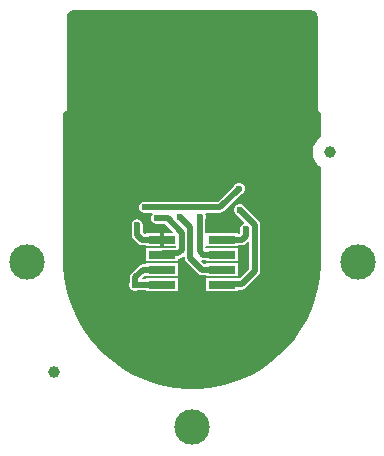
<source format=gbl>
G04*
G04 #@! TF.GenerationSoftware,Altium Limited,Altium Designer,21.8.1 (53)*
G04*
G04 Layer_Physical_Order=2*
G04 Layer_Color=16711680*
%FSLAX44Y44*%
%MOMM*%
G71*
G04*
G04 #@! TF.SameCoordinates,2069A8A4-A70D-4D47-B8DF-A6023ED568E2*
G04*
G04*
G04 #@! TF.FilePolarity,Positive*
G04*
G01*
G75*
%ADD21C,0.5000*%
%ADD22C,1.0000*%
%ADD23C,3.0000*%
%ADD24C,0.6000*%
%ADD25R,2.3000X0.7000*%
G36*
X102856Y212810D02*
X104641Y211617D01*
X105834Y209832D01*
X106015Y208922D01*
X106215Y207726D01*
X106215Y207726D01*
X106215Y206480D01*
Y130227D01*
X106448Y129057D01*
X107111Y128065D01*
X107285Y127853D01*
X107285Y127853D01*
X109264Y126259D01*
X109261Y105870D01*
X107438Y104651D01*
X105349Y102562D01*
X103707Y100105D01*
X102577Y97375D01*
X102000Y94477D01*
Y91523D01*
X102577Y88625D01*
X103707Y85895D01*
X105349Y83438D01*
X107438Y81349D01*
X109258Y80132D01*
X109250Y1750D01*
X109250Y-3020D01*
X108418Y-12525D01*
X106762Y-21921D01*
X104292Y-31137D01*
X101029Y-40103D01*
X96997Y-48750D01*
X92226Y-57012D01*
X86754Y-64828D01*
X80621Y-72137D01*
X73875Y-78883D01*
X66566Y-85016D01*
X58750Y-90488D01*
X50487Y-95259D01*
X41841Y-99291D01*
X32875Y-102554D01*
X23659Y-105024D01*
X14263Y-106680D01*
X4758Y-107512D01*
X-4782D01*
X-14287Y-106680D01*
X-23683Y-105024D01*
X-32899Y-102554D01*
X-41865Y-99291D01*
X-50512Y-95259D01*
X-58774Y-90488D01*
X-66590Y-85016D01*
X-73899Y-78883D01*
X-80645Y-72137D01*
X-86778Y-64828D01*
X-92250Y-57012D01*
X-97021Y-48750D01*
X-101053Y-40103D01*
X-104316Y-31137D01*
X-106786Y-21921D01*
X-108442Y-12525D01*
X-109274Y-3020D01*
X-109274Y1750D01*
Y126251D01*
X-107285Y127853D01*
X-107285Y127853D01*
X-107111Y128065D01*
X-106448Y129057D01*
X-106215Y130227D01*
Y207726D01*
X-106234Y207820D01*
X-105834Y209832D01*
X-104641Y211617D01*
X-102856Y212810D01*
X-100844Y213210D01*
X-100750Y213191D01*
X100750D01*
X100844Y213210D01*
X102856Y212810D01*
D02*
G37*
%LPC*%
G36*
X40745Y67250D02*
X38755D01*
X36918Y66489D01*
X35511Y65082D01*
X35099Y64088D01*
X21850Y50838D01*
X20739D01*
X19745Y51250D01*
X17755D01*
X16761Y50838D01*
X-38011D01*
X-39005Y51250D01*
X-40995D01*
X-42832Y50489D01*
X-44239Y49082D01*
X-45000Y47245D01*
Y45255D01*
X-44239Y43418D01*
X-42832Y42011D01*
X-40995Y41250D01*
X-39005D01*
X-38011Y41662D01*
X-33955D01*
X-33429Y40392D01*
X-33989Y39832D01*
X-34750Y37995D01*
Y36005D01*
X-33989Y34168D01*
X-32582Y32761D01*
X-30745Y32000D01*
X-28755D01*
X-27761Y32412D01*
X-22650D01*
X-15962Y25723D01*
X-16448Y24550D01*
X-24000D01*
Y19050D01*
Y13550D01*
X-13338D01*
Y12179D01*
X-13579Y11938D01*
X-24500D01*
X-24943Y11850D01*
X-39000D01*
Y850D01*
X-12000D01*
Y2762D01*
X-11679D01*
X-9923Y3111D01*
X-8435Y4106D01*
X-7512Y5029D01*
X-6338Y4543D01*
Y3500D01*
X-5989Y1744D01*
X-4994Y256D01*
X4856Y-9594D01*
X6344Y-10589D01*
X8100Y-10938D01*
X12000D01*
Y-11850D01*
X39000D01*
Y-850D01*
X12000D01*
Y-1762D01*
X10000D01*
X7326Y912D01*
X7993Y2042D01*
X9400Y1762D01*
X12000D01*
Y850D01*
X39000D01*
Y11850D01*
X12000D01*
X12000Y11850D01*
X11092Y12054D01*
X11092Y12937D01*
X12278Y13550D01*
X39000D01*
Y14462D01*
X42380D01*
X44136Y14811D01*
X45624Y15806D01*
X47238Y17420D01*
X48412Y16934D01*
Y-5849D01*
X40270Y-13991D01*
X39000Y-13550D01*
Y-13550D01*
X12000D01*
Y-24550D01*
X39000D01*
Y-23588D01*
X41750D01*
X43506Y-23239D01*
X44994Y-22244D01*
X56244Y-10994D01*
X57239Y-9506D01*
X57588Y-7750D01*
Y31250D01*
X57239Y33006D01*
X56244Y34494D01*
X44901Y45838D01*
X44489Y46832D01*
X43082Y48239D01*
X41245Y49000D01*
X39255D01*
X37418Y48239D01*
X36011Y46832D01*
X35250Y44995D01*
Y43005D01*
X36011Y41168D01*
X37418Y39761D01*
X38412Y39349D01*
X43891Y33870D01*
X43593Y32372D01*
X42668Y31989D01*
X41261Y30582D01*
X40500Y28745D01*
Y26755D01*
X40721Y26223D01*
Y23879D01*
X40479Y23638D01*
X39000D01*
Y24550D01*
X12108D01*
X12000Y24550D01*
X10838Y24811D01*
Y36511D01*
X11250Y37505D01*
Y39495D01*
X10878Y40392D01*
X11727Y41662D01*
X16761D01*
X17755Y41250D01*
X19745D01*
X20739Y41662D01*
X23750D01*
X25506Y42011D01*
X26994Y43006D01*
X41588Y57599D01*
X42582Y58011D01*
X43989Y59418D01*
X44750Y61255D01*
Y63245D01*
X43989Y65082D01*
X42582Y66489D01*
X40745Y67250D01*
D02*
G37*
G36*
X-46500Y36338D02*
X-48256Y35989D01*
X-49744Y34994D01*
X-50739Y33506D01*
X-51088Y31750D01*
Y23250D01*
X-50739Y21494D01*
X-49744Y20006D01*
X-45544Y15806D01*
X-44056Y14811D01*
X-42300Y14462D01*
X-39000D01*
Y13550D01*
X-27000D01*
Y19050D01*
Y24550D01*
X-39000D01*
Y23638D01*
X-40399D01*
X-41912Y25150D01*
Y31750D01*
X-42261Y33506D01*
X-43256Y34994D01*
X-44744Y35989D01*
X-46500Y36338D01*
D02*
G37*
G36*
X-12000Y-850D02*
X-39000D01*
Y-1762D01*
X-41850D01*
X-43606Y-2111D01*
X-45094Y-3106D01*
X-51744Y-9756D01*
X-52739Y-11244D01*
X-53088Y-13000D01*
Y-17261D01*
X-53500Y-18255D01*
Y-20245D01*
X-52739Y-22082D01*
X-51332Y-23489D01*
X-49495Y-24250D01*
X-47505D01*
X-46511Y-23838D01*
X-39000D01*
Y-24550D01*
X-12000D01*
Y-13550D01*
X-39000D01*
Y-14662D01*
X-42014D01*
X-42500Y-13489D01*
X-40270Y-11259D01*
X-39000Y-11712D01*
Y-11850D01*
X-12000D01*
Y-850D01*
D02*
G37*
%LPD*%
D21*
X18750Y46250D02*
X23750D01*
X-40000D02*
X18750D01*
X23750D02*
X39750Y62250D01*
X-10000Y37979D02*
Y38250D01*
X-42300Y19050D02*
X-25500D01*
X-46500Y23250D02*
Y31750D01*
Y23250D02*
X-42300Y19050D01*
X40250Y44000D02*
X53000Y31250D01*
Y-7750D02*
Y31250D01*
X-48500Y-19250D02*
Y-13000D01*
X-41850Y-6350D01*
X-48500Y-19250D02*
X-25700D01*
X-41850Y-6350D02*
X-25500D01*
X-25700Y-19250D02*
X-25500Y-19050D01*
X-29750Y37000D02*
X-20750D01*
X-8750Y25000D01*
X-11679Y7350D02*
X-8750Y10279D01*
Y25000D01*
X-24500Y7350D02*
X-11679D01*
X-25500Y6350D02*
X-24500Y7350D01*
X41750Y-19000D02*
X53000Y-7750D01*
X25250Y19300D02*
X25500Y19050D01*
X45309Y27559D02*
X45500Y27750D01*
X45309Y21979D02*
Y27559D01*
X25550Y-19000D02*
X41750D01*
X25500Y-19050D02*
X25550Y-19000D01*
X-10000Y37979D02*
X-1750Y29729D01*
Y3500D02*
X8100Y-6350D01*
X-1750Y3500D02*
Y29729D01*
X42380Y19050D02*
X45309Y21979D01*
X25500Y19050D02*
X42380D01*
X6250Y9500D02*
Y38500D01*
Y9500D02*
X9400Y6350D01*
X8100Y-6350D02*
X25500D01*
X9400Y6350D02*
X25500D01*
D22*
X-117000Y-93000D02*
D03*
X117000Y93000D02*
D03*
D23*
X140000Y0D02*
D03*
X0Y-140000D02*
D03*
X-140000Y0D02*
D03*
D24*
X23500Y30750D02*
D03*
X18750Y46250D02*
D03*
X-71000Y55750D02*
D03*
X97250Y75000D02*
D03*
X-27250Y205500D02*
D03*
X55000Y204500D02*
D03*
X40989Y-34789D02*
D03*
X-1000Y-21000D02*
D03*
X-46250Y-37000D02*
D03*
X-5500Y-49250D02*
D03*
X-21250Y-59500D02*
D03*
X35000Y-61250D02*
D03*
X68750Y-26750D02*
D03*
X100000Y-1750D02*
D03*
X84240Y-48076D02*
D03*
X54479Y-80615D02*
D03*
X16781Y-93313D02*
D03*
X-21250Y-93000D02*
D03*
X-55836Y-74662D02*
D03*
X-79250Y-51250D02*
D03*
X-89250Y-13500D02*
D03*
X-95500Y69000D02*
D03*
X-67750Y32500D02*
D03*
X-43250Y59000D02*
D03*
X-65000Y86500D02*
D03*
X-72500Y133750D02*
D03*
X-40250Y105500D02*
D03*
X-20000Y77000D02*
D03*
X1250Y74500D02*
D03*
X20000Y76500D02*
D03*
X40590Y95969D02*
D03*
X55750Y51250D02*
D03*
X90250Y42500D02*
D03*
X75113Y86842D02*
D03*
X93250Y121250D02*
D03*
X70750Y159000D02*
D03*
X93750Y195500D02*
D03*
X10000Y200250D02*
D03*
X14400Y164618D02*
D03*
X36250Y184750D02*
D03*
X-45000Y164500D02*
D03*
X-7028Y181682D02*
D03*
X-64250Y156750D02*
D03*
X-50250Y197500D02*
D03*
X-95500Y195250D02*
D03*
X-90250Y153000D02*
D03*
X-91250Y100250D02*
D03*
X-92000Y36000D02*
D03*
X39750Y62250D02*
D03*
X-10000Y38250D02*
D03*
X-40000Y46250D02*
D03*
X-46500Y31750D02*
D03*
X40250Y44000D02*
D03*
X-48500Y-19250D02*
D03*
X-29750Y37000D02*
D03*
X45500Y27750D02*
D03*
X6250Y38500D02*
D03*
D25*
X25500Y19050D02*
D03*
Y6350D02*
D03*
Y-6350D02*
D03*
Y-19050D02*
D03*
X-25500Y19050D02*
D03*
Y6350D02*
D03*
Y-6350D02*
D03*
Y-19050D02*
D03*
M02*

</source>
